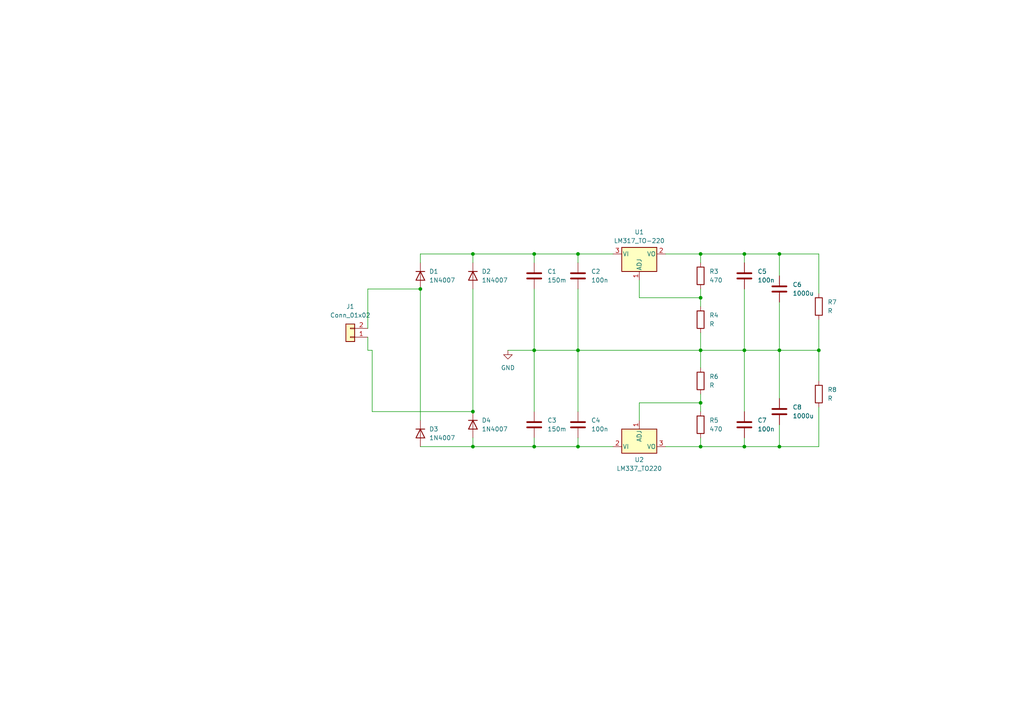
<source format=kicad_sch>
(kicad_sch (version 20250114) (generator "eeschema") (generator_version "9.0")
  (paper "A4")
  (lib_symbols
    (symbol "Connector_Generic:Conn_01x02" (pin_names (offset 1.016) (hide yes))
      (property "Reference" "J" (at 0 2.54 0))
      (property "Value" "Conn_01x02" (at 0 -5.08 0))
      (symbol "Conn_01x02_1_1"
        (rectangle (start -1.27 1.27) (end 1.27 -3.81) (stroke (width 0.254)) (fill (type background)))
        (rectangle (start -1.27 0.127) (end 0 -0.127) (stroke (width 0.1524)))
        (rectangle (start -1.27 -2.413) (end 0 -2.667) (stroke (width 0.1524)))
        (pin passive line (at -5.08 0 0) (length 3.81) (name "Pin_1") (number "1"))
        (pin passive line (at -5.08 -2.54 0) (length 3.81) (name "Pin_2") (number "2"))
      )
    )
    (symbol "Device:C" (pin_numbers (hide yes)) (pin_names (offset 0.254))
      (property "Reference" "C" (at 0.635 2.54 0))
      (property "Value" "C" (at 0.635 -2.54 0))
      (symbol "C_0_1"
        (polyline (pts (xy -2.032 0.762) (xy 2.032 0.762)) (stroke (width 0.508)))
        (polyline (pts (xy -2.032 -0.762) (xy 2.032 -0.762)) (stroke (width 0.508)))
      )
      (symbol "C_1_1"
        (pin passive line (at 0 3.81 270) (length 2.794) (name "~") (number "1"))
        (pin passive line (at 0 -3.81 90) (length 2.794) (name "~") (number "2"))
      )
    )
    (symbol "Device:R" (pin_numbers (hide yes)) (pin_names (offset 0))
      (property "Reference" "R" (at 2.032 0 90))
      (property "Value" "R" (at 0 0 90))
      (symbol "R_0_1"
        (rectangle (start -1.016 -2.54) (end 1.016 2.54) (stroke (width 0.254)))
      )
      (symbol "R_1_1"
        (pin passive line (at 0 3.81 270) (length 1.27) (name "~") (number "1"))
        (pin passive line (at 0 -3.81 90) (length 1.27) (name "~") (number "2"))
      )
    )
    (symbol "Diode:1N4007" (pin_numbers (hide yes)) (pin_names (hide yes))
      (property "Reference" "D" (at 0 2.54 0))
      (property "Value" "1N4007" (at 0 -2.54 0))
      (symbol "1N4007_0_1"
        (polyline (pts (xy -1.27 1.27) (xy -1.27 -1.27)) (stroke (width 0.254)))
        (polyline (pts (xy 1.27 1.27) (xy 1.27 -1.27) (xy -1.27 0) (xy 1.27 1.27)) (stroke (width 0.254)))
        (polyline (pts (xy 1.27 0) (xy -1.27 0)))
      )
      (symbol "1N4007_1_1"
        (pin passive line (at -3.81 0 0) (length 2.54) (name "K") (number "1"))
        (pin passive line (at 3.81 0 180) (length 2.54) (name "A") (number "2"))
      )
    )
    (symbol "Regulator_Linear:LM317_TO-220" (pin_names (offset 0.254))
      (property "Reference" "U" (at -3.81 3.175 0))
      (property "Value" "LM317_TO-220" (at 0 3.175 0))
      (symbol "LM317_TO-220_0_1"
        (rectangle (start -5.08 1.905) (end 5.08 -5.08) (stroke (width 0.254)) (fill (type background)))
      )
      (symbol "LM317_TO-220_1_1"
        (pin power_in line (at -7.62 0 0) (length 2.54) (name "VI") (number "3"))
        (pin input line (at 0 -7.62 90) (length 2.54) (name "ADJ") (number "1"))
        (pin power_out line (at 7.62 0 180) (length 2.54) (name "VO") (number "2"))
      )
    )
    (symbol "Regulator_Linear:LM337_TO220" (pin_names (offset 0.254))
      (property "Reference" "U" (at -3.81 -3.175 0))
      (property "Value" "LM337_TO220" (at 0 -3.175 0))
      (symbol "LM337_TO220_0_1"
        (rectangle (start -5.08 5.08) (end 5.08 -1.905) (stroke (width 0.254)) (fill (type background)))
      )
      (symbol "LM337_TO220_1_1"
        (pin power_in line (at -7.62 0 0) (length 2.54) (name "VI") (number "2"))
        (pin input line (at 0 7.62 270) (length 2.54) (name "ADJ") (number "1"))
        (pin power_out line (at 7.62 0 180) (length 2.54) (name "VO") (number "3"))
      )
    )
    (symbol "power:GND" (power) (pin_numbers (hide yes)) (pin_names (offset 0) (hide yes))
      (property "Value" "GND" (at 0 -3.81 0))
      (symbol "GND_0_1"
        (polyline (pts (xy 0 0) (xy 0 -1.27) (xy 1.27 -1.27) (xy 0 -2.54) (xy -1.27 -1.27) (xy 0 -1.27)))
      )
      (symbol "GND_1_1"
        (pin power_in line (at 0 0 270) (length 0) (name "~") (number "1"))
      )
    )
  )
  (junction (at 215.9 129.54))
  (junction (at 154.94 73.66))
  (junction (at 203.2 86.36))
  (junction (at 237.49 101.6))
  (junction (at 203.2 116.84))
  (junction (at 167.64 129.54))
  (junction (at 215.9 73.66))
  (junction (at 137.16 119.38))
  (junction (at 203.2 101.6))
  (junction (at 137.16 129.54))
  (junction (at 167.64 101.6))
  (junction (at 154.94 129.54))
  (junction (at 154.94 101.6))
  (junction (at 215.9 101.6))
  (junction (at 137.16 73.66))
  (junction (at 203.2 73.66))
  (junction (at 203.2 129.54))
  (junction (at 167.64 73.66))
  (junction (at 226.06 101.6))
  (junction (at 226.06 73.66))
  (junction (at 226.06 129.54))
  (junction (at 121.92 83.82))
  (wire (pts (xy 215.9 127) (xy 215.9 129.54)))
  (wire (pts (xy 203.2 76.2) (xy 203.2 73.66)))
  (wire (pts (xy 121.92 73.66) (xy 137.16 73.66)))
  (wire (pts (xy 154.94 73.66) (xy 167.64 73.66)))
  (wire (pts (xy 237.49 118.11) (xy 237.49 129.54)))
  (wire (pts (xy 215.9 101.6) (xy 226.06 101.6)))
  (wire (pts (xy 203.2 73.66) (xy 215.9 73.66)))
  (wire (pts (xy 154.94 129.54) (xy 137.16 129.54)))
  (wire (pts (xy 147.32 101.6) (xy 154.94 101.6)))
  (wire (pts (xy 237.49 129.54) (xy 226.06 129.54)))
  (wire (pts (xy 237.49 92.71) (xy 237.49 101.6)))
  (wire (pts (xy 137.16 83.82) (xy 137.16 119.38)))
  (wire (pts (xy 215.9 101.6) (xy 215.9 119.38)))
  (wire (pts (xy 203.2 83.82) (xy 203.2 86.36)))
  (wire (pts (xy 215.9 83.82) (xy 215.9 101.6)))
  (wire (pts (xy 167.64 129.54) (xy 177.8 129.54)))
  (wire (pts (xy 137.16 73.66) (xy 137.16 76.2)))
  (wire (pts (xy 121.92 83.82) (xy 121.92 121.92)))
  (wire (pts (xy 226.06 87.63) (xy 226.06 101.6)))
  (wire (pts (xy 237.49 73.66) (xy 226.06 73.66)))
  (wire (pts (xy 106.68 97.79) (xy 106.68 101.6)))
  (wire (pts (xy 203.2 86.36) (xy 203.2 88.9)))
  (wire (pts (xy 185.42 121.92) (xy 185.42 116.84)))
  (wire (pts (xy 167.64 101.6) (xy 167.64 119.38)))
  (wire (pts (xy 154.94 129.54) (xy 167.64 129.54)))
  (wire (pts (xy 154.94 76.2) (xy 154.94 73.66)))
  (wire (pts (xy 167.64 73.66) (xy 167.64 76.2)))
  (wire (pts (xy 215.9 73.66) (xy 226.06 73.66)))
  (wire (pts (xy 106.68 83.82) (xy 121.92 83.82)))
  (wire (pts (xy 154.94 101.6) (xy 167.64 101.6)))
  (wire (pts (xy 226.06 101.6) (xy 226.06 115.57)))
  (wire (pts (xy 193.04 129.54) (xy 203.2 129.54)))
  (wire (pts (xy 226.06 101.6) (xy 237.49 101.6)))
  (wire (pts (xy 185.42 81.28) (xy 185.42 86.36)))
  (wire (pts (xy 203.2 116.84) (xy 203.2 119.38)))
  (wire (pts (xy 226.06 123.19) (xy 226.06 129.54)))
  (wire (pts (xy 137.16 127) (xy 137.16 129.54)))
  (wire (pts (xy 167.64 101.6) (xy 203.2 101.6)))
  (wire (pts (xy 215.9 76.2) (xy 215.9 73.66)))
  (wire (pts (xy 107.95 101.6) (xy 106.68 101.6)))
  (wire (pts (xy 167.64 73.66) (xy 177.8 73.66)))
  (wire (pts (xy 185.42 86.36) (xy 203.2 86.36)))
  (wire (pts (xy 193.04 73.66) (xy 203.2 73.66)))
  (wire (pts (xy 203.2 129.54) (xy 215.9 129.54)))
  (wire (pts (xy 226.06 73.66) (xy 226.06 80.01)))
  (wire (pts (xy 154.94 127) (xy 154.94 129.54)))
  (wire (pts (xy 107.95 119.38) (xy 107.95 101.6)))
  (wire (pts (xy 226.06 129.54) (xy 215.9 129.54)))
  (wire (pts (xy 106.68 83.82) (xy 106.68 95.25)))
  (wire (pts (xy 203.2 101.6) (xy 215.9 101.6)))
  (wire (pts (xy 121.92 76.2) (xy 121.92 73.66)))
  (wire (pts (xy 203.2 114.3) (xy 203.2 116.84)))
  (wire (pts (xy 203.2 127) (xy 203.2 129.54)))
  (wire (pts (xy 154.94 101.6) (xy 154.94 119.38)))
  (wire (pts (xy 107.95 119.38) (xy 137.16 119.38)))
  (wire (pts (xy 154.94 83.82) (xy 154.94 101.6)))
  (wire (pts (xy 237.49 101.6) (xy 237.49 110.49)))
  (wire (pts (xy 121.92 129.54) (xy 137.16 129.54)))
  (wire (pts (xy 203.2 101.6) (xy 203.2 106.68)))
  (wire (pts (xy 167.64 83.82) (xy 167.64 101.6)))
  (wire (pts (xy 154.94 73.66) (xy 137.16 73.66)))
  (wire (pts (xy 185.42 116.84) (xy 203.2 116.84)))
  (wire (pts (xy 237.49 85.09) (xy 237.49 73.66)))
  (wire (pts (xy 203.2 96.52) (xy 203.2 101.6)))
  (wire (pts (xy 167.64 127) (xy 167.64 129.54)))
  (symbol (lib_id "Device:C") (at 215.9 80.01 0) (unit 1)
    (property "Reference" "C5" (at 219.71 78.7399 0) (effects (justify left)))
    (property "Value" "100n" (at 219.71 81.2799 0) (effects (justify left)))
    (property "Footprint" "Capacitor_THT:C_Axial_L3.8mm_D2.6mm_P10.00mm_Horizontal" (effects (hide yes)))
    (property "Description" "Unpolarized capacitor" (effects (hide yes)))
  )
  (symbol (lib_id "Device:R") (at 203.2 123.19 0) (unit 1)
    (property "Reference" "R5" (at 205.74 121.9199 0) (effects (justify left)))
    (property "Value" "470" (at 205.74 124.4599 0) (effects (justify left)))
    (property "Footprint" "Resistor_THT:R_Axial_DIN0207_L6.3mm_D2.5mm_P7.62mm_Horizontal" (effects (hide yes)))
    (property "Description" "Resistor" (effects (hide yes)))
  )
  (symbol (lib_id "Diode:1N4007") (at 121.92 80.01 270) (unit 1)
    (property "Reference" "D1" (at 124.46 78.7399 90) (effects (justify left)))
    (property "Value" "1N4007" (at 124.46 81.2799 90) (effects (justify left)))
    (property "Footprint" "Diode_THT:D_DO-41_SOD81_P10.16mm_Horizontal" (effects (hide yes)))
    (property "Datasheet" "http://www.vishay.com/docs/88503/1n4001.pdf" (effects (hide yes)))
    (property "Description" "1000V 1A General Purpose Rectifier Diode, DO-41" (effects (hide yes)))
    (property "Sim.Device" "D" (effects (hide yes)))
    (property "Sim.Pins" "1=K 2=A" (effects (hide yes)))
  )
  (symbol (lib_id "Diode:1N4007") (at 137.16 80.01 270) (unit 1)
    (property "Reference" "D2" (at 139.7 78.7399 90) (effects (justify left)))
    (property "Value" "1N4007" (at 139.7 81.2799 90) (effects (justify left)))
    (property "Footprint" "Diode_THT:D_DO-41_SOD81_P10.16mm_Horizontal" (effects (hide yes)))
    (property "Datasheet" "http://www.vishay.com/docs/88503/1n4001.pdf" (effects (hide yes)))
    (property "Description" "1000V 1A General Purpose Rectifier Diode, DO-41" (effects (hide yes)))
    (property "Sim.Device" "D" (effects (hide yes)))
    (property "Sim.Pins" "1=K 2=A" (effects (hide yes)))
  )
  (symbol (lib_id "Device:C") (at 215.9 123.19 0) (unit 1)
    (property "Reference" "C7" (at 219.71 121.9199 0) (effects (justify left)))
    (property "Value" "100n" (at 219.71 124.4599 0) (effects (justify left)))
    (property "Footprint" "Capacitor_THT:C_Axial_L3.8mm_D2.6mm_P10.00mm_Horizontal" (effects (hide yes)))
    (property "Description" "Unpolarized capacitor" (effects (hide yes)))
  )
  (symbol (lib_id "Device:R") (at 203.2 80.01 0) (unit 1)
    (property "Reference" "R3" (at 205.74 78.7399 0) (effects (justify left)))
    (property "Value" "470" (at 205.74 81.2799 0) (effects (justify left)))
    (property "Footprint" "Resistor_THT:R_Axial_DIN0207_L6.3mm_D2.5mm_P7.62mm_Horizontal" (effects (hide yes)))
    (property "Description" "Resistor" (effects (hide yes)))
  )
  (symbol (lib_id "Regulator_Linear:LM317_TO-220") (at 185.42 73.66 0) (unit 1)
    (property "Reference" "U1" (at 185.42 67.31 0))
    (property "Value" "LM317_TO-220" (at 185.42 69.85 0))
    (property "Footprint" "Package_TO_SOT_THT:TO-220-3_Vertical" (effects (hide yes)))
    (property "Datasheet" "http://www.ti.com/lit/ds/symlink/lm317.pdf" (effects (hide yes)))
    (property "Description" "1.5A 35V Adjustable Linear Regulator, TO-220" (effects (hide yes)))
  )
  (symbol (lib_id "Connector_Generic:Conn_01x02") (at 101.6 97.79 180) (unit 1)
    (property "Reference" "J1" (at 101.6 88.9 0))
    (property "Value" "Conn_01x02" (at 101.6 91.44 0))
    (property "Footprint" "Connector_JST:JST_EH_B2B-EH-A_1x02_P2.50mm_Vertical" (effects (hide yes)))
    (property "Description" "Generic connector, single row, 01x02, script generated (kicad-library-utils/schlib/autogen/connector/)" (effects (hide yes)))
  )
  (symbol (lib_id "Device:C") (at 226.06 83.82 0) (unit 1)
    (property "Reference" "C6" (at 229.87 82.5499 0) (effects (justify left)))
    (property "Value" "1000u" (at 229.87 85.0899 0) (effects (justify left)))
    (property "Footprint" "Capacitor_THT:C_Axial_L3.8mm_D2.6mm_P10.00mm_Horizontal" (effects (hide yes)))
    (property "Description" "Unpolarized capacitor" (effects (hide yes)))
  )
  (symbol (lib_id "Device:C") (at 154.94 123.19 0) (unit 1)
    (property "Reference" "C3" (at 158.75 121.9199 0) (effects (justify left)))
    (property "Value" "150m" (at 158.75 124.4599 0) (effects (justify left)))
    (property "Footprint" "Capacitor_THT:C_Axial_L3.8mm_D2.6mm_P10.00mm_Horizontal" (effects (hide yes)))
    (property "Description" "Unpolarized capacitor" (effects (hide yes)))
  )
  (symbol (lib_id "Device:C") (at 167.64 80.01 0) (unit 1)
    (property "Reference" "C2" (at 171.45 78.7399 0) (effects (justify left)))
    (property "Value" "100n" (at 171.45 81.2799 0) (effects (justify left)))
    (property "Footprint" "Capacitor_THT:C_Axial_L3.8mm_D2.6mm_P10.00mm_Horizontal" (effects (hide yes)))
    (property "Description" "Unpolarized capacitor" (effects (hide yes)))
  )
  (symbol (lib_id "Diode:1N4007") (at 137.16 123.19 270) (unit 1)
    (property "Reference" "D4" (at 139.7 121.9199 90) (effects (justify left)))
    (property "Value" "1N4007" (at 139.7 124.4599 90) (effects (justify left)))
    (property "Footprint" "Diode_THT:D_DO-41_SOD81_P10.16mm_Horizontal" (effects (hide yes)))
    (property "Datasheet" "http://www.vishay.com/docs/88503/1n4001.pdf" (effects (hide yes)))
    (property "Description" "1000V 1A General Purpose Rectifier Diode, DO-41" (effects (hide yes)))
    (property "Sim.Device" "D" (effects (hide yes)))
    (property "Sim.Pins" "1=K 2=A" (effects (hide yes)))
  )
  (symbol (lib_id "Diode:1N4007") (at 121.92 125.73 270) (unit 1)
    (property "Reference" "D3" (at 124.46 124.4599 90) (effects (justify left)))
    (property "Value" "1N4007" (at 124.46 126.9999 90) (effects (justify left)))
    (property "Footprint" "Diode_THT:D_DO-41_SOD81_P10.16mm_Horizontal" (effects (hide yes)))
    (property "Datasheet" "http://www.vishay.com/docs/88503/1n4001.pdf" (effects (hide yes)))
    (property "Description" "1000V 1A General Purpose Rectifier Diode, DO-41" (effects (hide yes)))
    (property "Sim.Device" "D" (effects (hide yes)))
    (property "Sim.Pins" "1=K 2=A" (effects (hide yes)))
  )
  (symbol (lib_id "Device:R") (at 203.2 110.49 0) (unit 1)
    (property "Reference" "R6" (at 205.74 109.2199 0) (effects (justify left)))
    (property "Value" "R" (at 205.74 111.7599 0) (effects (justify left)))
    (property "Footprint" "Resistor_THT:R_Axial_DIN0207_L6.3mm_D2.5mm_P7.62mm_Horizontal" (effects (hide yes)))
    (property "Description" "Resistor" (effects (hide yes)))
  )
  (symbol (lib_id "Device:C") (at 167.64 123.19 0) (unit 1)
    (property "Reference" "C4" (at 171.45 121.9199 0) (effects (justify left)))
    (property "Value" "100n" (at 171.45 124.4599 0) (effects (justify left)))
    (property "Footprint" "Capacitor_THT:C_Axial_L3.8mm_D2.6mm_P10.00mm_Horizontal" (effects (hide yes)))
    (property "Description" "Unpolarized capacitor" (effects (hide yes)))
  )
  (symbol (lib_id "Regulator_Linear:LM337_TO220") (at 185.42 129.54 0) (unit 1)
    (property "Reference" "U2" (at 185.42 133.35 0))
    (property "Value" "LM337_TO220" (at 185.42 135.89 0))
    (property "Footprint" "Package_TO_SOT_THT:TO-220-3_Vertical" (effects (hide yes)))
    (property "Datasheet" "http://www.ti.com/lit/ds/symlink/lm337-n.pdf" (effects (hide yes)))
    (property "Description" "Negative 1.5A 35V Adjustable Linear Regulator, TO-220" (effects (hide yes)))
  )
  (symbol (lib_id "Device:C") (at 154.94 80.01 0) (unit 1)
    (property "Reference" "C1" (at 158.75 78.7399 0) (effects (justify left)))
    (property "Value" "150m" (at 158.75 81.2799 0) (effects (justify left)))
    (property "Footprint" "Capacitor_THT:C_Axial_L3.8mm_D2.6mm_P10.00mm_Horizontal" (effects (hide yes)))
    (property "Description" "Unpolarized capacitor" (effects (hide yes)))
  )
  (symbol (lib_id "power:GND") (at 147.32 101.6 0) (unit 1)
    (property "Reference" "#PWR02" (effects (hide yes)))
    (property "Value" "GND" (at 147.32 106.68 0))
    (property "Description" "Power symbol creates a global label with name \"GND\" , ground" (effects (hide yes)))
  )
  (symbol (lib_id "Device:C") (at 226.06 119.38 0) (unit 1)
    (property "Reference" "C8" (at 229.87 118.1099 0) (effects (justify left)))
    (property "Value" "1000u" (at 229.87 120.6499 0) (effects (justify left)))
    (property "Footprint" "Capacitor_THT:C_Axial_L3.8mm_D2.6mm_P10.00mm_Horizontal" (effects (hide yes)))
    (property "Description" "Unpolarized capacitor" (effects (hide yes)))
  )
  (symbol (lib_id "Device:R") (at 203.2 92.71 0) (unit 1)
    (property "Reference" "R4" (at 205.74 91.4399 0) (effects (justify left)))
    (property "Value" "R" (at 205.74 93.9799 0) (effects (justify left)))
    (property "Footprint" "Resistor_THT:R_Axial_DIN0207_L6.3mm_D2.5mm_P7.62mm_Horizontal" (effects (hide yes)))
    (property "Description" "Resistor" (effects (hide yes)))
  )
  (symbol (lib_id "Device:R") (at 237.49 114.3 0) (unit 1)
    (property "Reference" "R8" (at 240.03 113.0299 0) (effects (justify left)))
    (property "Value" "R" (at 240.03 115.5699 0) (effects (justify left)))
    (property "Footprint" "Resistor_THT:R_Axial_DIN0207_L6.3mm_D2.5mm_P7.62mm_Horizontal" (effects (hide yes)))
    (property "Description" "Resistor" (effects (hide yes)))
  )
  (symbol (lib_id "Device:R") (at 237.49 88.9 0) (unit 1)
    (property "Reference" "R7" (at 240.03 87.6299 0) (effects (justify left)))
    (property "Value" "R" (at 240.03 90.1699 0) (effects (justify left)))
    (property "Footprint" "Resistor_THT:R_Axial_DIN0207_L6.3mm_D2.5mm_P7.62mm_Horizontal" (effects (hide yes)))
    (property "Description" "Resistor" (effects (hide yes)))
  )
)
</source>
